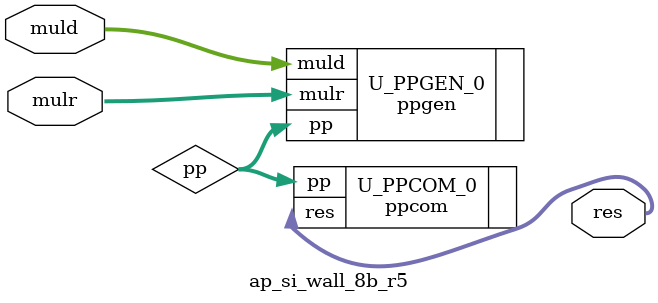
<source format=v>
module ap_si_wall_8b_r5 (
    input  signed [7:0] muld,
    input  signed [7:0] mulr,
    
    output signed [15:0] res
);

wire [63:0] pp;

ppgen #(
    .DW                             ( 8                             ))
U_PPGEN_0(
    .muld                           ( muld                          ),
    .mulr                           ( mulr                          ),
    .pp                             ( pp                            )
);


ppcom U_PPCOM_0(
    .pp                             ( pp                            ),
    .res                            ( res                           )
);


endmodule

</source>
